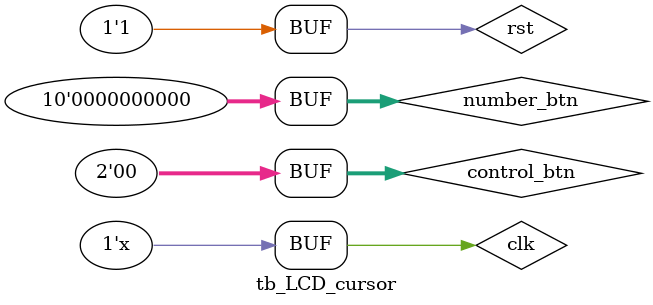
<source format=v>
`timescale 1ns / 1ps


module tb_LCD_cursor();

reg rst, clk;
reg[9:0] number_btn;
reg[1:0] control_btn;

wire LCD_E, LCD_RS, LCD_RW;
wire[7:0] LCD_DATA; 
wire[7:0] LED_out;

LCD_cursor tb(rst, clk, LCD_E, LCD_RS, LCD_RW, LCD_DATA, LED_out, number_btn, control_btn);

initial begin
    rst <= 0; clk <= 0; number_btn <= 10'b0000_0000_00; control_btn <= 2'b00; #10
    rst <= 1; #100
    number_btn <= 10'b0010_0000_00; #10
    number_btn <= 10'b0000_0000_00; #10
    number_btn <= 10'b0000_1000_00; #10
    number_btn <= 10'b0000_0000_00; #10
    control_btn <= 2'b10;#10
    control_btn <= 2'b00;#10
    control_btn <= 2'b01;#10
    control_btn <= 2'b00;
end

always
    #0.05 clk <= ~clk;
    
endmodule

</source>
